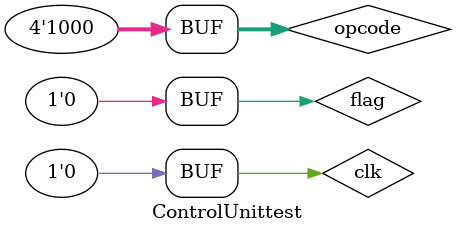
<source format=v>
`timescale 1ns / 1ps


module ControlUnittest;

	// Inputs
	reg [3:0] opcode;
	reg flag;
	reg clk;

	// Outputs
	wire [16:0] signals;

	// Instantiate the Unit Under Test (UUT)
	ControlUnit uut (
		.opcode(opcode), 
		.flag(flag), 
		.signals(signals), 
		.clk(clk)
	);

	initial begin
		// Initialize Inputs
		opcode = 0;
		flag = 0;
		clk = 0;

		// Wait 100 ns for global reset to finish
		#100
		opcode=8;
		
	
		repeat (300)
		begin
		#10 clk = ~clk; //alternate clock signal
		end
        
		// Add stimulus here

	end
      
endmodule


</source>
